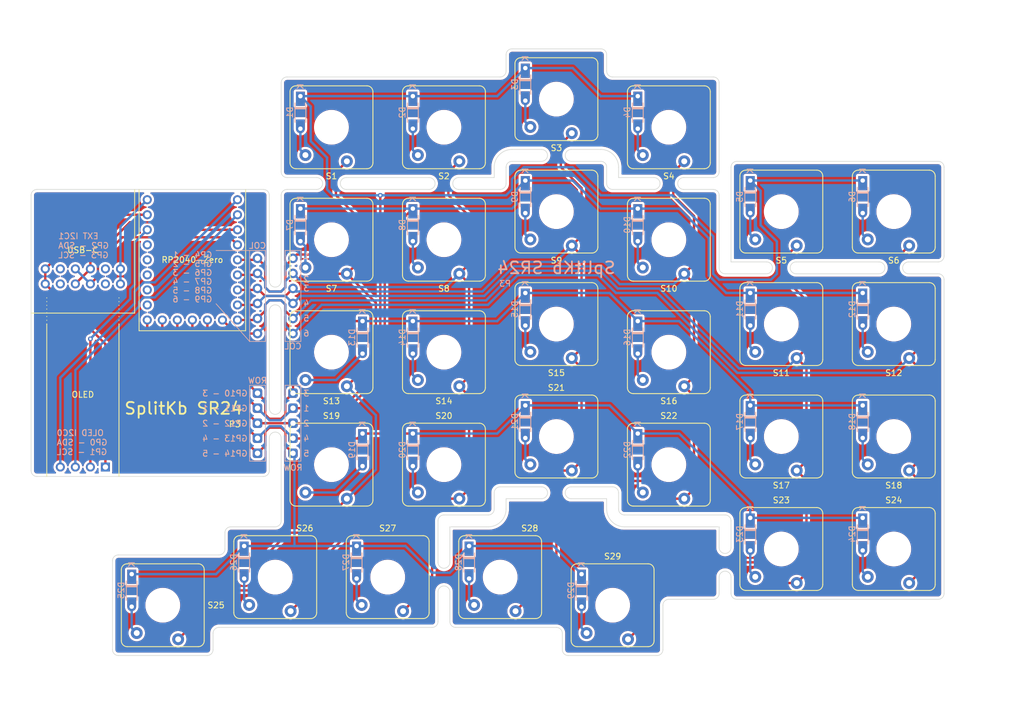
<source format=kicad_pcb>
(kicad_pcb (version 20221018) (generator pcbnew)
  (layers (0 "F.Cu" signal) (31 "B.Cu" signal) (34 "B.Paste" user) (35 "F.Paste" user) (36 "B.SilkS" user "B.Silkscreen") (37 "F.SilkS" user "F.Silkscreen") (38 "B.Mask" user) (39 "F.Mask" user) (44 "Edge.Cuts" user))
  (net 0 "")
  (net 1 "Net-(D1-A)")
  (net 2 "Net-(D2-A)")
  (net 3 "Net-(D3-A)")
  (net 4 "COL1")
  (net 5 "COL2")
  (net 6 "COL3")
  (net 7 "COL4")
  (net 8 "COL5")
  (net 9 "COL6")
  (net 10 "Net-(D5-A)")
  (net 11 "Net-(D6-A)")
  (net 12 "Net-(D7-A)")
  (net 13 "Net-(D10-A)")
  (net 14 "Net-(D11-A)")
  (net 15 "Net-(D12-A)")
  (net 16 "Net-(D14-A)")
  (net 17 "Net-(D15-A)")
  (net 18 "Net-(D16-A)")
  (net 19 "Net-(D18-A)")
  (net 20 "Net-(D19-A)")
  (net 21 "Net-(D20-A)")
  (net 22 "Net-(D22-A)")
  (net 23 "Net-(D23-A)")
  (net 24 "Net-(D24-A)")
  (net 25 "Net-(D27-A)")
  (net 26 "GND")
  (net 27 "VCC")
  (net 32 "/controler/USB_SCL")
  (net 33 "/controler/USB_SDA")
  (net 34 "+3.3V")
  (net 35 "Net-(D4-A)")
  (net 36 "Net-(D8-A)")
  (net 37 "Net-(D9-A)")
  (net 38 "Net-(D21-A)")
  (net 39 "Net-(D25-A)")
  (net 40 "Net-(D26-A)")
  (net 43 "Net-(D13-A)")
  (net 44 "Net-(D17-A)")
  (net 45 "Net-(D28-A)")
  (net 46 "Net-(D29-A)")
  (net 47 "ROW1")
  (net 48 "ROW2")
  (net 49 "ROW3")
  (net 50 "ROW4")
  (net 51 "ROW5")
  (net 52 "/controler/OLED_SDA")
  (net 53 "/controler/OLED_SCL")
  (footprint "split_kb_lib:GATERON" (layer "F.Cu") (at 124.5 52.75)
    (fp_text reference "S2")
    (fp_text value "Gateron_Switch")
  )
  (footprint "split_kb_lib:GATERON" (layer "F.Cu") (at 181.5 105)
    (fp_text reference "S17")
    (fp_text value "Gateron_Switch")
  )
  (footprint "split_kb_lib:Mouse Bites" (layer "F.Cu") (at 124.5 128.75 90)
    (fp_text reference "M2" hide)
    (fp_text value "~" hide)
    (fp_arc (start -2.5 -1) (mid -1.5 0) (end -2.5 1) (stroke (width 0.1)) (layer "Edge.Cuts"))
    (fp_arc (start 2.5 1) (mid 1.5 0) (end 2.5 -1) (stroke (width 0.1)) (layer "Edge.Cuts"))
  )
  (footprint "split_kb_lib:GATERON" (layer "F.Cu") (at 162.5 109.75)
    (fp_text reference "S22")
    (fp_text value "Gateron_Switch")
  )
  (footprint "split_kb_lib:GATERON" (layer "F.Cu") (at 134 128.75)
    (fp_text reference "S28")
    (fp_text value "Gateron_Switch")
  )
  (footprint "split_kb_lib:GATERON" (layer "F.Cu") (at 162.5 71.75)
    (fp_text reference "S10")
    (fp_text value "Gateron_Switch")
  )
  (footprint "split_kb_lib:GATERON" (layer "F.Cu") (at 200.5 124)
    (fp_text reference "S24")
    (fp_text value "Gateron_Switch")
  )
  (footprint "split_kb_lib:OLED" (layer "F.Cu") (at 63.5 90.75 180)
    (fp_text reference "U2" hide)
    (fp_text value "~")
  )
  (footprint "split_kb_lib:GATERON" (layer "F.Cu") (at 124.5 90.75)
    (fp_text reference "S14")
    (fp_text value "Gateron_Switch")
  )
  (footprint "split_kb_lib:GATERON" (layer "F.Cu") (at 200.5 105)
    (fp_text reference "S18")
    (fp_text value "Gateron_Switch")
  )
  (footprint "split_kb_lib:GATERON" (layer "F.Cu") (at 200.5 67)
    (fp_text reference "S6")
    (fp_text value "Gateron_Switch")
  )
  (footprint "split_kb_lib:Mouse Bites" (layer "F.Cu") (at 162.5 62.25)
    (fp_text reference "M4" hide)
    (fp_text value "~" hide)
    (fp_arc (start -2.5 -1) (mid -1.5 0) (end -2.5 1) (stroke (width 0.1)) (layer "Edge.Cuts"))
    (fp_arc (start 2.5 1) (mid 1.5 0) (end 2.5 -1) (stroke (width 0.1)) (layer "Edge.Cuts"))
  )
  (footprint "split_kb_lib:Mouse Bites" (layer "F.Cu") (at 105.5 62.25)
    (fp_text reference "M3" hide)
    (fp_text value "~" hide)
    (fp_arc (start -2.5 -1) (mid -1.5 0) (end -2.5 1) (stroke (width 0.1)) (layer "Edge.Cuts"))
    (fp_arc (start 2.5 1) (mid 1.5 0) (end 2.5 -1) (stroke (width 0.1)) (layer "Edge.Cuts"))
  )
  (footprint "split_kb_lib:Mouse Bites" (layer "F.Cu") (at 172 126.25 -90)
    (fp_text reference "M1" hide)
    (fp_text value "~" hide)
    (fp_arc (start -2.5 -1) (mid -1.5 0) (end -2.5 1) (stroke (width 0.1)) (layer "Edge.Cuts"))
    (fp_arc (start 2.5 1) (mid 1.5 0) (end 2.5 -1) (stroke (width 0.1)) (layer "Edge.Cuts"))
  )
  (footprint "split_kb_lib:GATERON" (layer "F.Cu") (at 105.5 109.75)
    (fp_text reference "S19")
    (fp_text value "Gateron_Switch")
  )
  (footprint "split_kb_lib:GATERON" (layer "F.Cu") (at 143.5 67)
    (fp_text reference "S9")
    (fp_text value "Gateron_Switch")
  )
  (footprint "split_kb_lib:Mouse Bites" (layer "F.Cu") (at 200.5 76.5)
    (fp_text reference "M7" hide)
    (fp_text value "~" hide)
    (fp_arc (start -2.5 -1) (mid -1.5 0) (end -2.5 1) (stroke (width 0.1)) (layer "Edge.Cuts"))
    (fp_arc (start 2.5 1) (mid 1.5 0) (end 2.5 -1) (stroke (width 0.1)) (layer "Edge.Cuts"))
  )
  (footprint "split_kb_lib:GATERON" (layer "F.Cu") (at 181.5 67)
    (fp_text reference "S5")
    (fp_text value "Gateron_Switch")
  )
  (footprint "split_kb_lib:USB C Port" (layer "F.Cu") (at 63.5 73.5)
    (fp_text reference "J2" hide)
    (fp_text value "USB_C_Receptacle_USB2.0")
  )
  (footprint "split_kb_lib:GATERON" (layer "F.Cu") (at 105.5 52.75)
    (fp_text reference "S1")
    (fp_text value "Gateron_Switch")
  )
  (footprint "split_kb_lib:GATERON" (layer "F.Cu") (at 105.5 71.75)
    (fp_text reference "S7")
    (fp_text value "Gateron_Switch")
  )
  (footprint "split_kb_lib:RP2040 - Zero" (layer "F.Cu") (at 82 75.15)
    (fp_text reference "U1" hide)
    (fp_text value "~")
  )
  (footprint "split_kb_lib:GATERON" (layer "F.Cu") (at 115 128.75)
    (fp_text reference "S27")
    (fp_text value "Gateron_Switch")
  )
  (footprint "split_kb_lib:GATERON" (layer "F.Cu") (at 143.5 48)
    (fp_text reference "S3")
    (fp_text value "Gateron_Switch")
  )
  (footprint "split_kb_lib:GATERON" (layer "F.Cu") (at 124.5 71.75)
    (fp_text reference "S8")
    (fp_text value "Gateron_Switch")
  )
  (footprint "split_kb_lib:Mouse Bites" (layer "F.Cu") (at 96 81.25 90)
    (fp_text reference "M11" hide)
    (fp_text value "~" hide)
    (fp_arc (start -2.5 -1) (mid -1.5 0) (end -2.5 1) (stroke (width 0.1)) (layer "Edge.Cuts"))
    (fp_arc (start 2.5 1) (mid 1.5 0) (end 2.5 -1) (stroke (width 0.1)) (layer "Edge.Cuts"))
  )
  (footprint "split_kb_lib:GATERON" (layer "F.Cu") (at 153 133.5)
    (fp_text reference "S29")
    (fp_text value "Gateron_Switch")
  )
  (footprint "split_kb_lib:GATERON" (layer "F.Cu") (at 162.5 52.75)
    (fp_text reference "S4")
    (fp_text value "Gateron_Switch")
  )
  (footprint "split_kb_lib:Mouse Bites" (layer "F.Cu") (at 96 102.75 90)
    (fp_text reference "M10" hide)
    (fp_text value "~" hide)
    (fp_arc (start -2.5 -1) (mid -1.5 0) (end -2.5 1) (stroke (width 0.1)) (layer "Edge.Cuts"))
    (fp_arc (start 2.5 1) (mid 1.5 0) (end 2.5 -1) (stroke (width 0.1)) (layer "Edge.Cuts"))
  )
  (footprint "split_kb_lib:Mouse Bites" (layer "F.Cu") (at 124.5 62.25)
    (fp_text reference "M8" hide)
    (fp_text value "~" hide)
    (fp_arc (start -2.5 -1) (mid -1.5 0) (end -2.5 1) (stroke (width 0.1)) (layer "Edge.Cuts"))
    (fp_arc (start 2.5 1) (mid 1.5 0) (end 2.5 -1) (stroke (width 0.1)) (layer "Edge.Cuts"))
  )
  (footprint "split_kb_lib:GATERON" (layer "F.Cu") (at 105.5 90.75)
    (fp_text reference "S13")
    (fp_text value "Gateron_Switch")
  )
  (footprint "split_kb_lib:Mouse Bites" (layer "F.Cu") (at 143.5 114.5)
    (fp_text reference "M6" hide)
    (fp_text value "~" hide)
    (fp_arc (start -2.5 -1) (mid -1.5 0) (end -2.5 1) (stroke (width 0.1)) (layer "Edge.Cuts"))
    (fp_arc (start 2.5 1) (mid 1.5 0) (end 2.5 -1) (stroke (width 0.1)) (layer "Edge.Cuts"))
  )
  (footprint "split_kb_lib:GATERON" (layer "F.Cu") (at 143.5 86)
    (fp_text reference "S15")
    (fp_text value "Gateron_Switch")
  )
  (footprint "split_kb_lib:GATERON" (layer "F.Cu") (at 143.5 105)
    (fp_text reference "S21")
    (fp_text value "Gateron_Switch")
  )
  (footprint "split_kb_lib:GATERON" (layer "F.Cu") (at 77 133.5)
    (fp_text reference "S25")
    (fp_text value "Gateron_Switch")
  )
  (footprint "split_kb_lib:GATERON" (layer "F.Cu") (at 124.5 109.75)
    (fp_text reference "S20")
    (fp_text value "Gateron_Switch")
  )
  (footprint "split_kb_lib:GATERON" (layer "F.Cu") (at 181.5 86)
    (fp_text reference "S11")
    (fp_text value "Gateron_Switch")
  )
  (footprint "split_kb_lib:GATERON" (layer "F.Cu") (at 200.5 86)
    (fp_text reference "S12")
    (fp_text value "Gateron_Switch")
  )
  (footprint "split_kb_lib:Mouse Bites" (layer "F.Cu") (at 181.5 76.5)
    (fp_text reference "M5" hide)
    (fp_text value "~" hide)
    (fp_arc (start -2.5 -1) (mid -1.5 0) (end -2.5 1) (stroke (width 0.1)) (layer "Edge.Cuts"))
    (fp_arc (start 2.5 1) (mid 1.5 0) (end 2.5 -1) (stroke (width 0.1)) (layer "Edge.Cuts"))
  )
  (footprint "split_kb_lib:Mouse Bites" (layer "F.Cu") (at 143.5 57.5)
    (fp_text reference "M9" hide)
    (fp_text value "~" hide)
    (fp_arc (start -2.5 -1) (mid -1.5 0) (end -2.5 1) (stroke (width 0.1)) (layer "Edge.Cuts"))
    (fp_arc (start 2.5 1) (mid 1.5 0) (end 2.5 -1) (stroke (width 0.1)) (layer "Edge.Cuts"))
  )
  (footprint "split_kb_lib:GATERON" (layer "F.Cu") (at 96 128.75)
    (fp_text reference "S26")
    (fp_text value "Gateron_Switch")
  )
  (footprint "split_kb_lib:GATERON" (layer "F.Cu") (at 162.5 90.75)
    (fp_text reference "S16")
    (fp_text value "Gateron_Switch")
  )
  (footprint "split_kb_lib:GATERON" (layer "F.Cu") (at 181.5 124)
    (fp_text reference "S23")
    (fp_text value "Gateron_Switch")
  )
  (footprint "split_kb_lib:SOD80_P5.5mm_Horizontal_SMD" (layer "B.Cu") (at 176.25 61.745 -90)
    (fp_text reference "D5")
    (fp_text value "1N4148")
  )
  (footprint "split_kb_lib:SOD80_P5.5mm_Horizontal_SMD" (layer "B.Cu") (at 195.25 99.745 -90)
    (fp_text reference "D18")
    (fp_text value "1N4148")
  )
  (footprint "split_kb_lib:SOD80_P5.5mm_Horizontal_SMD" (layer "B.Cu") (at 176.25 80.745 -90)
    (fp_text reference "D11")
    (fp_text value "1N4148")
  )
  (footprint "split_kb_lib:SOD80_P5.5mm_Horizontal_SMD" (layer "B.Cu") (at 119.25 66.495 -90)
    (fp_text reference "D8")
    (fp_text value "1N4148")
  )
  (footprint "split_kb_lib:SOD80_P5.5mm_Horizontal_SMD" (layer "B.Cu") (at 109.75 123.495 -90)
    (fp_text reference "D27")
    (fp_text value "1N4148")
  )
  (footprint "split_kb_lib:Row Connector" (layer "B.Cu") (at 99 102.75 180)
    (fp_text reference "J1" hide)
    (fp_text value "Conn_01x05")
  )
  (footprint "split_kb_lib:SOD80_P5.5mm_Horizontal_SMD" (layer "B.Cu") (at 195.25 61.745 -90)
    (fp_text reference "D6")
    (fp_text value "1N4148")
  )
  (footprint "split_kb_lib:SOD80_P5.5mm_Horizontal_SMD" (layer "B.Cu") (at 138.25 99.745 -90)
    (fp_text reference "D21")
    (fp_text value "1N4148")
  )
  (footprint "split_kb_lib:Column Connector" (layer "B.Cu") (at 99 81.25 180)
    (fp_text reference "J4" hide)
    (fp_text value "Conn_01x06")
  )
  (footprint "split_kb_lib:SOD80_P5.5mm_Horizontal_SMD" (layer "B.Cu") (at 71.75 128.245 -90)
    (fp_text reference "D25")
    (fp_text value "1N4148")
  )
  (footprint "split_kb_lib:SOD80_P5.5mm_Horizontal_SMD" (layer "B.Cu") (at 119.25 104.495 -90)
    (fp_text reference "D20")
    (fp_text value "1N4148")
  )
  (footprint "split_kb_lib:SOD80_P5.5mm_Horizontal_SMD" (layer "B.Cu") (at 157.25 104.495 -90)
    (fp_text reference "D22")
    (fp_text value "1N4148")
  )
  (footprint "split_kb_lib:SOD80_P5.5mm_Horizontal_SMD" (layer "B.Cu") (at 100.25 66.495 -90)
    (fp_text reference "D7")
    (fp_text value "1N4148")
  )
  (footprint "split_kb_lib:SOD80_P5.5mm_Horizontal_SMD" (layer "B.Cu") (at 110.75 85.495 -90)
    (fp_text reference "D13")
    (fp_text value "1N4148")
  )
  (footprint "split_kb_lib:SOD80_P5.5mm_Horizontal_SMD" (layer "B.Cu") (at 100.25 47.495 -90)
    (fp_text reference "D1")
    (fp_text value "1N4148")
  )
  (footprint "split_kb_lib:SOD80_P5.5mm_Horizontal_SMD" (layer "B.Cu") (at 90.75 123.495 -90)
    (fp_text reference "D26")
    (fp_text value "1N4148")
  )
  (footprint "split_kb_lib:SOD80_P5.5mm_Horizontal_SMD" (layer "B.Cu") (at 157.25 85.495 -90)
    (fp_text reference "D16")
    (fp_text value "1N4148")
  )
  (footprint "split_kb_lib:SOD80_P5.5mm_Horizontal_SMD" (layer "B.Cu") (at 195.25 118.745 -90)
    (fp_text reference "D24")
    (fp_text value "1N4148")
  )
  (footprint "split_kb_lib:SOD80_P5.5mm_Horizontal_SMD" (layer "B.Cu") (at 157.25 47.495 -90)
    (fp_text reference "D4")
    (fp_text value "1N4148")
  )
  (footprint "split_kb_lib:SOD80_P5.5mm_Horizontal_SMD" (layer "B.Cu") (at 110.75 104.495 -90)
    (fp_text reference "D19")
    (fp_text value "1N4148")
  )
  (footprint "split_kb_lib:SOD80_P5.5mm_Horizontal_SMD" (layer "B.Cu") (at 119.25 85.495 -90)
    (fp_text reference "D14")
    (fp_text value "1N4148")
  )
  (footprint "split_kb_lib:SOD80_P5.5mm_Horizontal_SMD" (layer "B.Cu") (at 176.25 99.745 -90)
    (fp_text reference "D17")
    (fp_text value "1N4148")
  )
  (footprint "split_kb_lib:SOD80_P5.5mm_Horizontal_SMD" (layer "B.Cu") (at 119.25 47.495 -90)
    (fp_text reference "D2")
    (fp_text value "1N4148")
  )
  (footprint "split_kb_lib:Row Connector" (layer "B.Cu") (at 93 102.75 180)
    (fp_text reference "J6" hide)
    (fp_text value "Conn_01x05")
  )
  (footprint "split_kb_lib:SOD80_P5.5mm_Horizontal_SMD" (layer "B.Cu") (at 157.25 66.495 -90)
    (fp_text reference "D10")
    (fp_text value "1N4148")
  )
  (footprint "split_kb_lib:Column Connector" (layer "B.Cu") (at 93 81.25 180)
    (fp_text reference "J5" hide)
    (fp_text value "Conn_01x06")
  )
  (footprint "split_kb_lib:SOD80_P5.5mm_Horizontal_SMD" (layer "B.Cu") (at 147.75 128.245 -90)
    (fp_text reference "D29")
    (fp_text value "1N4148")
  )
  (footprint "split_kb_lib:SOD80_P5.5mm_Horizontal_SMD" (layer "B.Cu") (at 195.25 80.745 -90)
    (fp_text reference "D12")
    (fp_text value "1N4148")
  )
  (footprint "split_kb_lib:SOD80_P5.5mm_Horizontal_SMD" (layer "B.Cu") (at 138.25 80.75 -90)
    (fp_text reference "D15")
    (fp_text value "1N4148")
  )
  (footprint "split_kb_lib:SOD80_P5.5mm_Horizontal_SMD" (layer "B.Cu") (at 128.75 123.495 -90)
    (fp_text reference "D28")
    (fp_text value "1N4148")
  )
  (footprint "split_kb_lib:SOD80_P5.5mm_Horizontal_SMD" (layer "B.Cu") (at 176.25 118.745 -90)
    (fp_text reference "D23")
    (fp_text value "1N4148")
  )
  (footprint "split_kb_lib:SOD80_P5.5mm_Horizontal_SMD" (layer "B.Cu") (at 138.25 42.75 -90)
    (fp_text reference "D3")
    (fp_text value "1N4148")
  )
  (footprint "split_kb_lib:SOD80_P5.5mm_Horizontal_SMD" (layer "B.Cu") (at 138.25 61.75 -90)
    (fp_text reference "D9")
    (fp_text value "1N4148")
  )
  (gr_line (start 91.67 73.57) (end 86 73.57) (stroke (width 0.12)) (layer "B.SilkS"))
  (gr_line (start 91.67 88.93) (end 86 82.57) (stroke (width 0.12)) (layer "B.SilkS"))
  (gr_line (start 57.4 111.75) (end 57.4 86) (stroke (width 0.15)) (layer "F.SilkS"))
  (gr_line (start 91 63.25) (end 91 87.125) (stroke (width 0.15)) (layer "F.SilkS"))
  (gr_line (start 72.25 63.25) (end 72.25 84.15) (stroke (width 0.15)) (layer "F.SilkS"))
  (gr_line (start 69.6 86) (end 69.6 81) (stroke (width 0.15) (type dot)) (layer "F.SilkS"))
  (gr_line (start 69.6 111.75) (end 69.6 86) (stroke (width 0.15)) (layer "F.SilkS"))
  (gr_line (start 73 63.25) (end 73 87.125) (stroke (width 0.15)) (layer "F.SilkS"))
  (gr_line (start 91 87.125) (end 73 87.125) (stroke (width 0.15)) (layer "F.SilkS"))
  (gr_line (start 72.25 84.15) (end 54.75 84.15) (stroke (width 0.15)) (layer "F.SilkS"))
  (gr_line (start 57.4 86) (end 57.4 81) (stroke (width 0.15) (type dot)) (layer "F.SilkS"))
  (gr_arc (start 161.5 133.5) (mid 161.792893 132.792893) (end 162.5 132.5) (stroke (width 0.1)) (layer "Edge.Cuts"))
  (gr_line (start 151 39.5) (end 136 39.5) (stroke (width 0.1)) (layer "Edge.Cuts"))
  (gr_arc (start 171 60.25) (mid 170.707107 60.957107) (end 170 61.25) (stroke (width 0.1)) (layer "Edge.Cuts"))
  (gr_arc (start 135 59.5) (mid 135.292893 58.792893) (end 136 58.5) (stroke (width 0.1)) (layer "Edge.Cuts"))
  (gr_arc (start 153 63.25) (mid 152.292893 62.957107) (end 152 62.25) (stroke (width 0.1)) (layer "Edge.Cuts"))
  (gr_arc (start 171 131.5) (mid 170.707107 132.207107) (end 170 132.5) (stroke (width 0.1)) (layer "Edge.Cuts"))
  (gr_line (start 95 83.75) (end 95 100.25) (stroke (width 0.1)) (layer "Edge.Cuts"))
  (gr_line (start 152 62.25) (end 152 59.5) (stroke (width 0.1)) (layer "Edge.Cuts"))
  (gr_line (start 87.5 121.25) (end 87.5 124) (stroke (width 0.1)) (layer "Edge.Cuts"))
  (gr_arc (start 87.5 124) (mid 87.207107 124.707107) (end 86.5 125) (stroke (width 0.1)) (layer "Edge.Cuts"))
  (gr_arc (start 69.5 142) (mid 68.792893 141.707107) (end 68.5 141) (stroke (width 0.1)) (layer "Edge.Cuts"))
  (gr_line (start 98 61.25) (end 103 61.25) (stroke (width 0.1)) (layer "Edge.Cuts"))
  (gr_line (start 171 76.5) (end 171 64.25) (stroke (width 0.1)) (layer "Edge.Cuts"))
  (gr_line (start 135 40.5) (end 135 43.25) (stroke (width 0.1)) (layer "Edge.Cuts"))
  (gr_arc (start 95 110.75) (mid 94.707107 111.457107) (end 94 111.75) (stroke (width 0.1)) (layer "Edge.Cuts"))
  (gr_arc (start 151 39.5) (mid 151.707107 39.792893) (end 152 40.5) (stroke (width 0.1)) (layer "Edge.Cuts"))
  (gr_arc (start 208 77.5) (mid 208.707107 77.792893) (end 209 78.5) (stroke (width 0.1)) (layer "Edge.Cuts"))
  (gr_arc (start 85.5 141) (mid 85.207107 141.707107) (end 84.5 142) (stroke (width 0.1)) (layer "Edge.Cuts"))
  (gr_line (start 123.5 126.25) (end 123.5 119.25) (stroke (width 0.1)) (layer "Edge.Cuts"))
  (gr_line (start 86.5 137.25) (end 122.5 137.25) (stroke (width 0.1)) (layer "Edge.Cuts"))
  (gr_line (start 96 120.25) (end 88.5 120.25) (stroke (width 0.1)) (layer "Edge.Cuts"))
  (gr_line (start 184 77.5) (end 198 77.5) (stroke (width 0.1)) (layer "Edge.Cuts"))
  (gr_line (start 208 58.5) (end 174 58.5) (stroke (width 0.1)) (layer "Edge.Cuts"))
  (gr_line (start 134 44.25) (end 98 44.25) (stroke (width 0.1)) (layer "Edge.Cuts"))
  (gr_line (start 171 60.25) (end 171 45.25) (stroke (width 0.1)) (layer "Edge.Cuts"))
  (gr_line (start 171 128.75) (end 171 131.5) (stroke (width 0.1)) (layer "Edge.Cuts"))
  (gr_line (start 208 77.5) (end 203 77.5) (stroke (width 0.1)) (layer "Edge.Cuts"))
  (gr_line (start 173 128.75) (end 173 131.5) (stroke (width 0.1)) (layer "Edge.Cuts"))
  (gr_arc (start 151 58.5) (mid 151.707107 58.792893) (end 152 59.5) (stroke (width 0.1)) (layer "Edge.Cuts"))
  (gr_line (start 108 63.25) (end 122 63.25) (stroke (width 0.1)) (layer "Edge.Cuts"))
  (gr_arc (start 97 45.25) (mid 97.292893 44.542893) (end 98 44.25) (stroke (width 0.1)) (layer "Edge.Cuts"))
  (gr_arc (start 153 113.5) (mid 153.707107 113.792893) (end 154 114.5) (stroke (width 0.1)) (layer "Edge.Cuts"))
  (gr_line (start 152 115.5) (end 152 117.25) (stroke (width 0.1)) (layer "Edge.Cuts"))
  (gr_line (start 97 45.25) (end 97 60.25) (stroke (width 0.1)) (layer "Edge.Cuts"))
  (gr_line (start 135 59.5) (end 135 62.25) (stroke (width 0.1)) (layer "Edge.Cuts"))
  (gr_arc (start 87.5 121.25) (mid 87.792893 120.542893) (end 88.5 120.25) (stroke (width 0.1)) (layer "Edge.Cuts"))
  (gr_line (start 55.75 63.25) (end 94 63.25) (stroke (width 0.1)) (layer "Edge.Cuts"))
  (gr_line (start 133 61.25) (end 133 59.5) (stroke (width 0.1)) (layer "Edge.Cuts"))
  (gr_arc (start 151 56.5) (mid 153.12132 57.37868) (end 154 59.5) (stroke (width 0.1)) (layer "Edge.Cuts"))
  (gr_line (start 170 44.25) (end 153 44.25) (stroke (width 0.1)) (layer "Edge.Cuts"))
  (gr_line (start 161.5 141) (end 161.5 133.5) (stroke (width 0.1)) (layer "Edge.Cuts"))
  (gr_line (start 172 118.25) (end 155 118.25) (stroke (width 0.1)) (layer "Edge.Cuts"))
  (gr_line (start 160 63.25) (end 153 63.25) (stroke (width 0.1)) (layer "Edge.Cuts"))
  (gr_arc (start 170 63.25) (mid 170.707107 63.542893) (end 171 64.25) (stroke (width 0.1)) (layer "Edge.Cuts"))
  (gr_arc (start 143.5 137.25) (mid 144.207107 137.542893) (end 144.5 138.25) (stroke (width 0.1)) (layer "Edge.Cuts"))
  (gr_line (start 179 75.5) (end 173 75.5) (stroke (width 0.1)) (layer "Edge.Cuts"))
  (gr_arc (start 172 77.5) (mid 171.292893 77.207107) (end 171 76.5) (stroke (width 0.1)) (layer "Edge.Cuts"))
  (gr_line (start 125.5 120.25) (end 125.5 126.25) (stroke (width 0.1)) (layer "Edge.Cuts"))
  (gr_line (start 94 111.75) (end 55.75 111.75) (stroke (width 0.1)) (layer "Edge.Cuts"))
  (gr_line (start 135 115.5) (end 135 117.25) (stroke (width 0.1)) (layer "Edge.Cuts"))
  (gr_arc (start 135 43.25) (mid 134.707107 43.957107) (end 134 44.25) (stroke (width 0.1)) (layer "Edge.Cuts"))
  (gr_arc (start 153 44.25) (mid 152.292893 43.957107) (end 152 43.25) (stroke (width 0.1)) (layer "Edge.Cuts"))
  (gr_line (start 174 132.5) (end 208 132.5) (stroke (width 0.1)) (layer "Edge.Cuts"))
  (gr_arc (start 161.5 141) (mid 161.207107 141.707107) (end 160.5 142) (stroke (width 0.1)) (layer "Edge.Cuts"))
  (gr_arc (start 145.5 142) (mid 144.792893 141.707107) (end 144.5 141) (stroke (width 0.1)) (layer "Edge.Cuts"))
  (gr_line (start 173 59.5) (end 173 75.5) (stroke (width 0.1)) (layer "Edge.Cuts"))
  (gr_line (start 135 115.5) (end 141 115.5) (stroke (width 0.1)) (layer "Edge.Cuts"))
  (gr_line (start 125.5 131.25) (end 125.5 136.25) (stroke (width 0.1)) (layer "Edge.Cuts"))
  (gr_arc (start 155 118.25) (mid 154.292893 117.957107) (end 154 117.25) (stroke (width 0.1)) (layer "Edge.Cuts"))
  (gr_arc (start 174 132.5) (mid 173.292893 132.207107) (end 173 131.5) (stroke (width 0.1)) (layer "Edge.Cuts"))
  (gr_line (start 203 75.5) (end 208 75.5) (stroke (width 0.1)) (layer "Edge.Cuts"))
  (gr_line (start 152 43.25) (end 152 40.5) (stroke (width 0.1)) (layer "Edge.Cuts"))
  (gr_line (start 154 59.5) (end 154 61.25) (stroke (width 0.1)) (layer "Edge.Cuts"))
  (gr_line (start 184 75.5) (end 198 75.5) (stroke (width 0.1)) (layer "Edge.Cuts"))
  (gr_line (start 127 61.25) (end 133 61.25) (stroke (width 0.1)) (layer "Edge.Cuts"))
  (gr_line (start 179 77.5) (end 172 77.5) (stroke (width 0.1)) (layer "Edge.Cuts"))
  (gr_arc (start 133 117.25) (mid 132.707107 117.957107) (end 132 118.25) (stroke (width 0.1)) (layer "Edge.Cuts"))
  (gr_arc (start 172 118.25) (mid 172.707107 118.542893) (end 173 119.25) (stroke (width 0.1)) (layer "Edge.Cuts"))
  (gr_arc (start 155 120.25) (mid 152.87868 119.37132) (end 152 117.25) (stroke (width 0.1)) (layer "Edge.Cuts"))
  (gr_line (start 146 113.5) (end 153 113.5) (stroke (width 0.1)) (layer "Edge.Cuts"))
  (gr_line (start 97 83.75) (end 97 100.25) (stroke (width 0.1)) (layer "Edge.Cuts"))
  (gr_line (start 146 115.5) (end 152 115.5) (stroke (width 0.1)) (layer "Edge.Cuts"))
  (gr_line (start 108 61.25) (end 122 61.25) (stroke (width 0.1)) (layer "Edge.Cuts"))
  (gr_line (start 86.5 125) (end 69.5 125) (stroke (width 0.1)) (layer "Edge.Cuts"))
  (gr_line (start 133 114.5) (end 133 117.25) (stroke (width 0.1)) (layer "Edge.Cuts"))
  (gr_arc (start 85.5 138.25) (mid 85.792893 137.542893) (end 86.5 137.25) (stroke (width 0.1)) (layer "Edge.Cuts"))
  (gr_line (start 145.5 142) (end 160.5 142) (stroke (width 0.1)) (layer "Edge.Cuts"))
  (gr_arc (start 98 61.25) (mid 97.292893 60.957107) (end 97 60.25) (stroke (width 0.1)) (layer "Edge.Cuts"))
  (gr_arc (start 135 62.25) (mid 134.707107 62.957107) (end 134 63.25) (stroke (width 0.1)) (layer "Edge.Cuts"))
  (gr_line (start 123.5 131.25) (end 123.5 136.25) (stroke (width 0.1)) (layer "Edge.Cuts"))
  (gr_arc (start 123.5 119.25) (mid 123.792893 118.542893) (end 124.5 118.25) (stroke (width 0.1)) (layer "Edge.Cuts"))
  (gr_line (start 124.5 118.25) (end 132 118.25) (stroke (width 0.1)) (layer "Edge.Cuts"))
  (gr_line (start 54.75 110.75) (end 54.75 64.25) (stroke (width 0.1)) (layer "Edge.Cuts"))
  (gr_line (start 209 131.5) (end 209 78.5) (stroke (width 0.1)) (layer "Edge.Cuts"))
  (gr_line (start 170 132.5) (end 162.5 132.5) (stroke (width 0.1)) (layer "Edge.Cuts"))
  (gr_arc (start 209 131.5) (mid 208.707107 132.207107) (end 208 132.5) (stroke (width 0.1)) (layer "Edge.Cuts"))
  (gr_line (start 85.5 141) (end 85.5 138.25) (stroke (width 0.1)) (layer "Edge.Cuts"))
  (gr_line (start 126.5 137.25) (end 143.5 137.25) (stroke (width 0.1)) (layer "Edge.Cuts"))
  (gr_line (start 173 123.75) (end 173 119.25) (stroke (width 0.1)) (layer "Edge.Cuts"))
  (gr_line (start 136 56.5) (end 141 56.5) (stroke (width 0.1)) (layer "Edge.Cuts"))
  (gr_line (start 170 63.25) (end 165 63.25) (stroke (width 0.1)) (layer "Edge.Cuts"))
  (gr_line (start 68.5 126) (end 68.5 141) (stroke (width 0.1)) (layer "Edge.Cuts"))
  (gr_line (start 146 56.5) (end 151 56.5) (stroke (width 0.1)) (layer "Edge.Cuts"))
  (gr_line (start 144.5 138.25) (end 144.5 141) (stroke (width 0.1)) (layer "Edge.Cuts"))
  (gr_arc (start 135 117.25) (mid 134.12132 119.37132) (end 132 120.25) (stroke (width 0.1)) (layer "Edge.Cuts"))
  (gr_line (start 134 63.25) (end 127 63.25) (stroke (width 0.1)) (layer "Edge.Cuts"))
  (gr_line (start 132 120.25) (end 125.5 120.25) (stroke (width 0.1)) (layer "Edge.Cuts"))
  (gr_line (start 154 117.25) (end 154 114.5) (stroke (width 0.1)) (layer "Edge.Cuts"))
  (gr_arc (start 133 114.5) (mid 133.292893 113.792893) (end 134 113.5) (stroke (width 0.1)) (layer "Edge.Cuts"))
  (gr_arc (start 97 64.25) (mid 97.292893 63.542893) (end 98 63.25) (stroke (width 0.1)) (layer "Edge.Cuts"))
  (gr_line (start 95 64.25) (end 95 78.75) (stroke (width 0.1)) (layer "Edge.Cuts"))
  (gr_line (start 155 120.25) (end 171 120.25) (stroke (width 0.1)) (layer "Edge.Cuts"))
  (gr_arc (start 123.5 136.25) (mid 123.207107 136.957107) (end 122.5 137.25) (stroke (width 0.1)) (layer "Edge.Cuts"))
  (gr_line (start 171 120.25) (end 171 123.75) (stroke (width 0.1)) (layer "Edge.Cuts"))
  (gr_arc (start 97 119.25) (mid 96.707107 119.957107) (end 96 120.25) (stroke (width 0.1)) (layer "Edge.Cuts"))
  (gr_line (start 154 61.25) (end 160 61.25) (stroke (width 0.1)) (layer "Edge.Cuts"))
  (gr_arc (start 133 59.5) (mid 133.87868 57.37868) (end 136 56.5) (stroke (width 0.1)) (layer "Edge.Cuts"))
  (gr_arc (start 170 44.25) (mid 170.707107 44.542893) (end 171 45.25) (stroke (width 0.1)) (layer "Edge.Cuts"))
  (gr_arc (start 55.75 111.75) (mid 55.042893 111.457107) (end 54.75 110.75) (stroke (width 0.1)) (layer "Edge.Cuts"))
  (gr_line (start 141 58.5) (end 136 58.5) (stroke (width 0.1)) (layer "Edge.Cuts"))
  (gr_arc (start 135 40.5) (mid 135.292893 39.792893) (end 136 39.5) (stroke (width 0.1)) (layer "Edge.Cuts"))
  (gr_line (start 146 58.5) (end 151 58.5) (stroke (width 0.1)) (layer "Edge.Cuts"))
  (gr_arc (start 68.5 126) (mid 68.792893 125.292893) (end 69.5 125) (stroke (width 0.1)) (layer "Edge.Cuts"))
  (gr_arc (start 208 58.5) (mid 208.707107 58.792893) (end 209 59.5) (stroke (width 0.1)) (layer "Edge.Cuts"))
  (gr_arc (start 209 74.5) (mid 208.707107 75.207107) (end 208 75.5) (stroke (width 0.1)) (layer "Edge.Cuts"))
  (gr_line (start 69.5 142) (end 84.5 142) (stroke (width 0.1)) (layer "Edge.Cuts"))
  (gr_line (start 209 74.5) (end 209 59.5) (stroke (width 0.1)) (layer "Edge.Cuts"))
  (gr_arc (start 94 63.25) (mid 94.707107 63.542893) (end 95 64.25) (stroke (width 0.1)) (layer "Edge.Cuts"))
  (gr_arc (start 173 59.5) (mid 173.292893 58.792893) (end 174 58.5) (stroke (width 0.1)) (layer "Edge.Cuts"))
  (gr_line (start 95 105.25) (end 95 110.75) (stroke (width 0.1)) (layer "Edge.Cuts"))
  (gr_line (start 103 63.25) (end 98 63.25) (stroke (width 0.1)) (layer "Edge.Cuts"))
  (gr_line (start 141 113.5) (end 134 113.5) (stroke (width 0.1)) (layer "Edge.Cuts"))
  (gr_arc (start 126.5 137.25) (mid 125.792893 136.957107) (end 125.5 136.25) (stroke (width 0.1)) (layer "Edge.Cuts"))
  (gr_line (start 165 61.25) (end 170 61.25) (stroke (width 0.1)) (layer "Edge.Cuts"))
  (gr_arc (start 54.75 64.25) (mid 55.042893 63.542893) (end 55.75 63.25) (stroke (width 0.1)) (layer "Edge.Cuts"))
  (gr_line (start 97 64.25) (end 97 78.75) (stroke (width 0.1)) (layer "Edge.Cuts"))
  (gr_line (start 97 105.25) (end 97 119.25) (stroke (width 0.1)) (layer "Edge.Cuts"))
  (gr_text "5" (at 101.25 107.87) (layer "B.SilkS") (effects (font (size 1 1) (thickness 0.16)) (justify mirror)))
  (gr_text "GP13 - 4" (at 87.5 105.33) (layer "B.SilkS") (effects (font (size 1 1) (thickness 0.16)) (justify mirror)))
  (gr_text "GP9 - 6" (at 82 81.82) (layer "B.SilkS") (effects (font (size 1 1) (thickness 0.16)) (justify mirror)))
  (gr_text "EXT I2C1\nGP2 - SDA\nGP3 - SCL" (at 59.25 72.75) (layer "B.SilkS") (effects (font (size 1 1) (thickness 0.16)) (justify right mirror)))
  (gr_text "4" (at 101.25 105.33) (layer "B.SilkS") (effects (font (size 1 1) (thickness 0.16)) (justify mirror)))
  (gr_text "ROW" (at 99 110.25) (layer "B.SilkS") (effects (font (size 1 1) (thickness 0.16)) (justify mirror)))
  (gr_text "6" (at 101.25 87.58) (layer "B.SilkS") (effects (font (size 1 1) (thickness 0.16)) (justify mirror)))
  (gr_text "1" (at 101.25 100.25) (layer "B.SilkS") (effects (font (size 1 1) (thickness 0.16)) (justify mirror)))
  (gr_text "P3" (at 133.75 79.75) (layer "B.SilkS") (effects (font (size 1 1)) (justify right bottom mirror)))
  (gr_text "SplitKb SR24" (at 143.5 76.5) (layer "B.SilkS") (effects (font (size 2 2) (thickness 0.3)) (justify mirror)))
  (gr_text "GP10 - 3" (at 87.5 97.71) (layer "B.SilkS") (effects (font (size 1 1) (thickness 0.16)) (justify mirror)))
  (gr_text "COL" (at 99 89.75) (layer "B.SilkS") (effects (font (size 1 1) (thickness 0.16)) (justify mirror)))
  (gr_text "3" (at 101.25 97.71) (layer "B.SilkS") (effects (font (size 1 1) (thickness 0.16)) (justify mirror)))
  (gr_text "GP5 - 2" (at 82 75.82) (layer "B.SilkS") (effects (font (size 1 1) (thickness 0.16)) (justify mirror)))
  (gr_text "4" (at 101.25 82.5) (layer "B.SilkS") (effects (font (size 1 1) (thickness 0.16)) (justify mirror)))
  (gr_text "5" (at 101.25 85.04) (layer "B.SilkS") (effects (font (size 1 1) (thickness 0.16)) (justify mirror)))
  (gr_text "GP14 - 5" (at 87.5 107.87) (layer "B.SilkS") (effects (font (size 1 1) (thickness 0.16)) (justify mirror)))
  (gr_text "1" (at 101.25 74.46) (layer "B.SilkS") (effects (font (size 1 1) (thickness 0.16)) (justify mirror)))
  (gr_text "GP12 - 2" (at 87.5 102.79) (layer "B.SilkS") (effects (font (size 1 1) (thickness 0.16)) (justify mirror)))
  (gr_text "2" (at 101.25 102.79) (layer "B.SilkS") (effects (font (size 1 1) (thickness 0.16)) (justify mirror)))
  (gr_text "2" (at 101.25 78.46) (layer "B.SilkS") (effects (font (size 1 1) (thickness 0.16)) (justify mirror)))
  (gr_text "GP8 - 5" (at 82 80.32) (layer "B.SilkS") (effects (font (size 1 1) (thickness 0.16)) (justify mirror)))
  (gr_text "COL" (at 93 72.75) (layer "B.SilkS") (effects (font (size 1 1) (thickness 0.16)) (justify mirror)))
  (gr_text "GP11 - 1" (at 87.5 100.25) (layer "B.SilkS") (effects (font (size 1 1) (thickness 0.16)) (justify mirror)))
  (gr_text "3" (at 101.25 79.96) (layer "B.SilkS") (effects (font (size 1 1) (thickness 0.16)) (justify mirror)))
  (gr_text "GP7 - 4" (at 82 78.82) (layer "B.SilkS") (effects (font (size 1 1) (thickness 0.16)) (justify mirror)))
  (gr_text "GP6 - 3" (at 82 77.32) (layer "B.SilkS") (effects (font (size 1 1) (thickness 0.16)) (justify mirror)))
  (gr_text "OLED I2C0\nGP0 - SDA\nGP1 - SCL" (at 59 106) (layer "B.SilkS") (effects (font (size 1 1) (thickness 0.16)) (justify right mirror)))
  (gr_text "GP4 - 1" (at 82 74.32) (layer "B.SilkS") (effects (font (size 1 1) (thickness 0.16)) (justify mirror)))
  (gr_text "ROW" (at 93 95.54) (layer "B.SilkS") (effects (font (size 1 1) (thickness 0.16)) (justify mirror)))
  (gr_text "OLED" (at 63.5 98.5) (layer "F.SilkS") (effects (font (size 1 1) (thickness 0.16)) (justify bottom)))
  (gr_text "USB-C" (at 63.5 73.5) (layer "F.SilkS") (effects (font (size 1 1) (thickness 0.16))))
  (gr_text "P3" (at 90.25 103.5) (layer "F.SilkS") (effects (font (size 1 1) (thickness 0.16)) (justify right bottom)))
  (gr_text "SplitKb SR24" (at 80.5 100.25) (layer "F.SilkS") (effects (font (size 2 2) (thickness 0.3))))
  (gr_text "RP2040-Zero" (at 82 75.15) (layer "F.SilkS") (effects (font (size 1 1) (thickness 0.16))))
  (segment (start 100.25 52.995) (end 100.25 56.6) (width 0.4) (layer "B.Cu") (net 1))
  (segment (start 100.25 56.6) (end 101.1 57.45) (width 0.4) (layer "B.Cu") (net 1))
  (segment (start 119.25 56.6) (end 120.1 57.45) (width 0.4) (layer "B.Cu") (net 2))
  (segment (start 119.25 52.995) (end 119.25 56.6) (width 0.4) (layer "B.Cu") (net 2))
  (segment (start 138.25 51.85) (end 139.1 52.7) (width 0.4) (layer "B.Cu") (net 3))
  (segment (start 138.25 48.25) (end 138.25 51.85) (width 0.4) (layer "B.Cu") (net 3))
  (segment (start 102.25 74.25) (end 105.5 77.5) (width 0.4) (layer "F.Cu") (net 4))
  (segment (start 97.7 79.8) (end 97.7 76.2) (width 0.4) (layer "F.Cu") (net 4))
  (segment (start 113 82.4) (end 108.1 77.5) (width 0.4) (layer "F.Cu") (net 4))
  (segment (start 105.5 77.5) (end 108.1 77.5) (width 0.4) (layer "F.Cu") (net 4))
  (segment (start 97 80.5) (end 97.7 79.8) (width 0.4) (layer "F.Cu") (net 4))
  (segment (start 92.5 130) (end 92.5 127) (width 0.4) (layer "F.Cu") (net 4))
  (segment (start 91.5 131) (end 92.5 130) (width 0.4) (layer "F.Cu") (net 4))
  (segment (start 108.1 96.5) (end 113 91.6) (width 0.4) (layer "F.Cu") (net 4))
  (segment (start 106.25 64.25) (end 106.25 60.35) (width 0.4) (layer "F.Cu") (net 4))
  (segment (start 113 91.6) (end 113 82.4) (width 0.4) (layer "F.Cu") (net 4))
  (segment (start 79.6 139.25) (end 87.85 131) (width 0.4) (layer "F.Cu") (net 4))
  (segment (start 109.75 75.85) (end 109.75 67.75) (width 0.4) (layer "F.Cu") (net 4))
  (segment (start 108.1 77.5) (end 109.75 75.85) (width 0.4) (layer "F.Cu") (net 4))
  (segment (start 89.62 75.15) (end 92.75 75.15) (width 0.4) (layer "F.Cu") (net 4))
  (segment (start 102.35 121.25) (end 108.1 115.5) (width 0.4) (layer "F.Cu") (net 4))
  (segment (start 109.75 67.75) (end 106.25 64.25) (width 0.4) (layer "F.Cu") (net 4))
  (segment (start 94.3 79.8) (end 95 80.5) (width 0.4) (layer "F.Cu") (net 4))
  (segment (start 92.75 75.15) (end 93 74.9) (width 0.4) (layer "F.Cu") (net 4))
  (segment (start 87.85 131) (end 91.5 131) (width 0.4) (layer "F.Cu") (net 4))
  (segment (start 98.25 121.25) (end 102.35 121.25) (width 0.4) (layer "F.Cu") (net 4))
  (segment (start 99 74.9) (end 99.65 74.25) (width 0.4) (layer "F.Cu") (net 4))
  (segment (start 94.3 76.2) (end 94.3 79.8) (width 0.4) (layer "F.Cu") (net 4))
  (segment (start 95 80.5) (end 97 80.5) (width 0.4) (layer "F.Cu") (net 4))
  (segment (start 92.5 127) (end 98.25 121.25) (width 0.4) (layer "F.Cu") (net 4))
  (segment (start 99.65 74.25) (end 102.25 74.25) (width 0.4) (layer "F.Cu") (net 4))
  (segment (start 106.25 60.35) (end 108.1 58.5) (width 0.4) (layer "F.Cu") (net 4))
  (segment (start 93 74.9) (end 94.3 76.2) (width 0.4) (layer "F.Cu") (net 4))
  (segment (start 97.7 76.2) (end 99 74.9) (width 0.4) (layer "F.Cu") (net 4))
  (segment (start 113 101.4) (end 108.1 96.5) (width 0.4) (layer "B.Cu") (net 4))
  (segment (start 108.1 115.5) (end 113 110.6) (width 0.4) (layer "B.Cu") (net 4))
  (segment (start 113 110.6) (end 113 101.4) (width 0.4) (layer "B.Cu") (net 4))
  (segment (start 127.1 96.5) (end 128.75 94.85) (width 0.4) (layer "F.Cu") (net 5))
  (segment (start 100.25 132.85) (end 100.25 129.5) (width 0.4) (layer "F.Cu") (net 5))
  (segment (start 108.5 121.25) (end 118.25 121.25) (width 0.4) (layer "F.Cu") (net 5))
  (segment (start 92.75 77.69) (end 93 77.44) (width 0.4) (layer "F.Cu") (net 5))
  (segment (start 128.75 113.85) (end 128.75 109.25) (width 0.4) (layer "F.Cu") (net 5))
  (segment (start 124 115.5) (end 127.1 115.5) (width 0.4) (layer "F.Cu") (net 5))
  (segment (start 128.75 98.15) (end 127.1 96.5) (width 0.4) (layer "F.Cu") (net 5))
  (segment (start 127.1 77.5) (end 128.75 75.85) (width 0.4) (layer "F.Cu") (net 5))
  (segment (start 125.25 60.35) (end 127.1 58.5) (width 0.4) (layer "F.Cu") (net 5))
  (segment (start 98.6 134.5) (end 100.25 132.85) (width 0.4) (layer "F.Cu") (net 5))
  (segment (start 128.75 67.75) (end 125.25 64.25) (width 0.4) (layer "F.Cu") (net 5))
  (segment (start 127.1 115.5) (end 128.75 113.85) (width 0.4) (layer "F.Cu") (net 5))
  (segment (start 100.25 129.5) (end 108.5 121.25) (width 0.4) (layer "F.Cu") (net 5))
  (segment (start 89.62 77.69) (end 92.75 77.69) (width 0.4) (layer "F.Cu") (net 5))
  (segment (start 118.25 121.25) (end 124 115.5) (width 0.4) (layer "F.Cu") (net 5))
  (segment (start 125.25 64.25) (end 125.25 60.35) (width 0.4) (layer "F.Cu") (net 5))
  (segment (start 128.75 75.85) (end 128.75 67.75) (width 0.4) (layer "F.Cu") (net 5))
  (segment (start 128.75 94.85) (end 128.75 79.15) (width 0.4) (layer "F.Cu") (net 5))
  (segment (start 128.75 79.15) (end 127.1 77.5) (width 0.4) (layer "F.Cu") (net 5))
  (segment (start 128.75 109.25) (end 128.75 98.15) (width 0.4) (layer "F.Cu") (net 5))
  (segment (start 94.3 79.8) (end 95 80.5) (width 0.4) (layer "B.Cu") (net 5))
  (segment (start 95 80.5) (end 97 80.5) (width 0.4) (layer "B.Cu") (net 5))
  (segment (start 97 80.5) (end 97.7 79.8) (width 0.4) (layer "B.Cu") (net 5))
  (segment (start 94.3 78.74) (end 94.3 79.8) (width 0.4) (layer "B.Cu") (net 5))
  (segment (start 97.7 79.8) (end 97.7 78.74) (width 0.4) (layer "B.Cu") (net 5))
  (segment (start 93 77.44) (end 94.3 78.74) (width 0.4) (layer "B.Cu") (net 5))
  (segment (start 101.31 79.75) (end 124.85 79.75) (width 0.4) (layer "B.Cu") (net 5))
  (segment (start 124.85 79.75) (end 127.1 77.5) (width 0.4) (layer "B.Cu") (net 5))
  (segment (start 99 77.44) (end 101.31 79.75) (width 0.4) (layer "B.Cu") (net 5))
  (segment (start 97.7 78.74) (end 99 77.44) (width 0.4) (layer "B.Cu") (net 5))
  (segment (start 146.1 91.75) (end 147.75 90.1) (width 0.4) (layer "F.Cu") (net 6))
  (segment (start 122.5 129.6) (end 122.5 118.25) (width 0.4) (layer "F.Cu") (net 6))
  (segment (start 147.75 90.1) (end 147.75 74.4) (width 0.4) (layer "F.Cu") (net 6))
  (segment (start 147.75 63) (end 144.25 59.5) (width 0.4) (layer "F.Cu") (net 6))
  (segment (start 92.75 80.23) (end 93 79.98) (width 0.4) (layer "F.Cu") (net 6))
  (segment (start 93 79.98) (end 94.27 81.25) (width 0.4) (layer "F.Cu") (net 6))
  (segment (start 89.62 80.23) (end 92.75 80.23) (width 0.4) (layer "F.Cu") (net 6))
  (segment (start 144.25 55.6) (end 146.1 53.75) (width 0.4) (layer "F.Cu") (net 6))
  (segment (start 128.25 117.25) (end 133 112.5) (width 0.4) (layer "F.Cu") (net 6))
  (segment (start 133 112.5) (end 141.75 112.5) (width 0.4) (layer "F.Cu") (net 6))
  (segment (start 147.75 74.4) (end 146.1 72.75) (width 0.4) (layer "F.Cu") (net 6))
  (segment (start 146.1 72.75) (end 147.75 71.1) (width 0.4) (layer "F.Cu") (net 6))
  (segment (start 146.1 110.75) (end 147.75 109.1) (width 0.4) (layer "F.Cu") (net 6))
  (segment (start 147.75 71.1) (end 147.75 63) (width 0.4) (layer "F.Cu") (net 6))
  (segment (start 117.6 134.5) (end 122.5 129.6) (width 0.4) (layer "F.Cu") (net 6))
  (segment (start 144.25 59.5) (end 144.25 55.6) (width 0.4) (layer "F.Cu") (net 6))
  (segment (start 122.5 118.25) (end 123.5 117.25) (width 0.4) (layer "F.Cu") (net 6))
  (segment (start 141.75 112.5) (end 143.5 110.75) (width 0.4) (layer "F.Cu") (net 6))
  (segment (start 147.75 93.4) (end 146.1 91.75) (width 0.4) (layer "F.Cu") (net 6))
  (segment (start 123.5 117.25) (end 128.25 117.25) (width 0.4) (layer "F.Cu") (net 6))
  (segment (start 94.27 81.25) (end 97.73 81.25) (width 0.4) (layer "F.Cu") (net 6))
  (segment (start 143.5 110.75) (end 146.1 110.75) (width 0.4) (layer "F.Cu") (net 6))
  (segment (start 147.75 109.1) (end 147.75 93.4) (width 0.4) (layer "F.Cu") (net 6))
  (segment (start 97.73 81.25) (end 99 79.98) (width 0.4) (layer "F.Cu") (net 6))
  (segment (start 99 79.98) (end 99.52 80.5) (width 0.4) (layer "B.Cu") (net 6))
  (segment (start 131 80.5) (end 136 75.5) (width 0.4) (layer "B.Cu") (net 6))
  (segment (start 136 75.5) (end 143.35 75.5) (width 0.4) (layer "B.Cu") (net 6))
  (segment (start 99.52 80.5) (end 131 80.5) (width 0.4) (layer "B.Cu") (net 6))
  (segment (start 143.35 75.5) (end 146.1 72.75) (width 0.4) (layer "B.Cu") (net 6))
  (segment (start 143.5 127.6) (end 143.5 113.5) (width 0.4) (layer "F.Cu") (net 7))
  (segment (start 166.75 75.85) (end 166.75 67.75) (width 0.4) (layer "F.Cu") (net 7))
  (segment (start 136.6 134.5) (end 143.5 127.6) (width 0.4) (layer "F.Cu") (net 7))
  (segment (start 166.75 113.85) (end 166.75 98.15) (width 0.4) (layer "F.Cu") (net 7))
  (segment (start 143.5 113.5) (end 144.5 112.5) (width 0.4) (layer "F.Cu") (net 7))
  (segment (start 89.62 82.77) (end 92.75 82.77) (width 0.4) (layer "F.Cu") (net 7))
  (segment (start 166.75 79.15) (end 165.1 77.5) (width 0.4) (layer "F.Cu") (net 7))
  (segment (start 163.25 60.35) (end 165.1 58.5) (width 0.4) (layer "F.Cu") (net 7))
  (segment (start 165.1 96.5) (end 166.75 94.85) (width 0.4) (layer "F.Cu") (net 7))
  (segment (start 166.75 94.85) (end 166.75 79.15) (width 0.4) (layer "F.Cu") (net 7))
  (segment (start 165.1 77.5) (end 166.75 75.85) (width 0.4) (layer "F.Cu") (net 7))
  (segment (start 144.5 112.5) (end 159.5 112.5) (width 0.4) (layer "F.Cu") (net 7))
  (segment (start 165.1 115.5) (end 166.75 113.85) (width 0.4) (layer "F.Cu") (net 7))
  (segment (start 92.75 82.77) (end 93 82.52) (width 0.4) (layer "F.Cu") (net 7))
  (segment (start 162.5 115.5) (end 165.1 115.5) (width 0.4) (layer "F.Cu") (net 7))
  (segment (start 163.25 64.25) (end 163.25 60.35) (width 0.4) (layer "F.Cu") (net 7))
  (segment (start 166.75 67.75) (end 163.25 64.25) (width 0.4) (layer "F.Cu") (net 7))
  (segment (start 166.75 98.15) (end 165.1 96.5) (width 0.4) (layer "F.Cu") (net 7))
  (segment (start 159.5 112.5) (end 162.5 115.5) (width 0.4) (layer "F.Cu") (net 7))
  (segment (start 131.31066 81.25) (end 136.31066 76.25) (width 0.4) (layer "B.Cu") (net 7))
  (segment (start 163.35 79.25) (end 165.1 77.5) (width 0.4) (layer "B.Cu") (net 7))
  (segment (start 97.73 81.25) (end 99 82.52) (width 0.4) (layer "B.Cu") (net 7))
  (segment (start 136.31066 76.25) (end 151.18698 76.25) (width 0.4) (layer "B.Cu") (net 7))
  (segment (start 93 82.52) (end 94.27 81.25) (width 0.4) (layer "B.Cu") (net 7))
  (segment (start 94.27 81.25) (end 97.73 81.25) (width 0.4) (layer "B.Cu") (net 7))
  (segment (start 100.27 81.25) (end 131.31066 81.25) (width 0.4) (layer "B.Cu") (net 7))
  (segment (start 154.18698 79.25) (end 163.35 79.25) (width 0.4) (layer "B.Cu") (net 7))
  (segment (start 151.18698 76.25) (end 154.18698 79.25) (width 0.4) (layer "B.Cu") (net 7))
  (segment (start 99 82.52) (end 100.27 81.25) (width 0.4) (layer "B.Cu") (net 7))
  (segment (start 93 85.06) (end 94.294406 83.765594) (width 0.4) (layer "F.Cu") (net 8))
  (segment (start 185.75 82) (end 182.25 78.5) (width 0.4) (layer "F.Cu") (net 8))
  (segment (start 164 126.25) (end 178 126.25) (width 0.4) (layer "F.Cu") (net 8))
  (segment (start 89.62 85.31) (end 92.75 85.31) (width 0.4) (layer "F.Cu") (net 8))
  (segment (start 185.75 128.1) (end 185.75 112.4) (width 0.4) (layer "F.Cu") (net 8))
  (segment (start 95 82) (end 97 82) (width 0.4) (layer "F.Cu") (net 8))
  (segment (start 185.75 109.1) (end 185.75 93.4) (width 0.4) (layer "F.Cu") (net 8))
  (segment (start 185.75 112.4) (end 184.1 110.75) (width 0.4) (layer "F.Cu") (net 8))
  (segment (start 160.5 134.35) (end 160.5 129.75) (width 0.4) (layer "F.Cu") (net 8))
  (segment (start 182.25 74.6) (end 184.1 72.75) (width 0.4) (layer "F.Cu") (net 8))
  (segment (start 185.75 90.1) (end 185.75 82) (width 0.4) (layer "F.Cu") (net 8))
  (segment (start 178 126.25) (end 181.5 129.75) (width 0.4) (layer "F.Cu") (net 8))
  (segment (start 184.1 129.75) (end 185.75 128.1) (width 0.4) (layer "F.Cu") (net 8))
  (segment (start 94.294406 82.705594) (end 95 82) (width 0.4) (layer "F.Cu") (net 8))
  (segment (start 97.705594 82.705594) (end 97.705594 83.765594) (width 0.4) (layer "F.Cu") (net 8))
  (segment (start 185.75 93.4) (end 184.1 91.75) (width 0.4) (layer "F.Cu") (net 8))
  (segment (start 97 82) (end 97.705594 82.705594) (width 0.4) (layer "F.Cu") (net 8))
  (segment (start 155.6 139.25) (end 160.5 134.35) (width 0.4) (layer "F.Cu") (net 8))
  (segment (start 92.75 85.31) (end 93 85.06) (width 0.4) (layer "F.Cu") (net 8))
  (segment (start 181.5 129.75) (end 184.1 129.75) (width 0.4) (layer "F.Cu") (net 8))
  (segment (start 94.294406 83.765594) (end 94.294406 82.705594) (width 0.4) (layer "F.Cu") (net 8))
  (segment (start 184.1 91.75) (end 185.75 90.1) (width 0.4) (layer "F.Cu") (net 8))
  (segment (start 160.5 129.75) (end 164 126.25) (width 0.4) (layer "F.Cu") (net 8))
  (segment (start 97.705594 83.765594) (end 99 85.06) (width 0.4) (layer "F.Cu") (net 8))
  (segment (start 184.1 110.75) (end 185.75 109.1) (width 0.4) (layer "F.Cu") (net 8))
  (segment (start 182.25 78.5) (end 182.25 74.6) (width 0.4) (layer "F.Cu") (net 8))
  (segment (start 182.35 93.5) (end 184.1 91.75) (width 0.4) (layer "B.Cu") (net 8))
  (segment (start 99 85.06) (end 102.06 82) (width 0.4) (layer "B.Cu") (net 8))
  (segment (start 174.37132 93.5) (end 182.35 93.5) (width 0.4) (layer "B.Cu") (net 8))
  (segment (start 136.62132 77) (end 150.87632 77) (width 0.4) (layer "B.Cu") (net 8))
  (segment (start 131.62132 82) (end 136.62132 77) (width 0.4) (layer "B.Cu") (net 8))
  (segment (start 102.06 82) (end 131.62132 82) (width 0.4) (layer "B.Cu") (net 8))
  (segment (start 160.87132 80) (end 174.37132 93.5) (width 0.4) (layer "B.Cu") (net 8))
  (segment (start 150.87632 77) (end 153.87632 80) (width 0.4) (layer "B.Cu") (net 8))
  (segment (start 153.87632 80) (end 160.87132 80) (width 0.4) (layer "B.Cu") (net 8))
  (segment (start 203.1 91.75) (end 204.75 90.1) (width 0.4) (layer "F.Cu") (net 9))
  (segment (start 87.08 85.31) (end 89.37 87.6) (width 0.4) (layer "F.Cu") (net 9))
  (segment (start 89.37 87.6) (end 93 87.6) (width 0.4) (layer "F.Cu") (net 9))
  (segment (start 204.75 128.1) (end 204.75 112.4) (width 0.4) (layer "F.Cu") (net 9))
  (segment (start 203.1 110.75) (end 204.75 109.1) (width 0.4) (layer "F.Cu") (net 9))
  (segment (start 204.75 112.4) (end 203.1 110.75) (width 0.4) (layer "F.Cu") (net 9))
  (segment (start 204.75 93.4) (end 203.1 91.75) (width 0.4) (layer "F.Cu") (net 9))
  (segment (start 204.75 90.1) (end 204.75 82) (width 0.4) (layer "F.Cu") (net 9))
  (segment (start 203.1 129.75) (end 204.75 128.1) (width 0.4) (layer "F.Cu") (net 9))
  (segment (start 201.25 78.5) (end 201.25 74.6) (width 0.4) (layer "F.Cu") (net 9))
  (segment (start 201.25 74.6) (end 203.1 72.75) (width 0.4) (layer "F.Cu") (net 9))
  (segment (start 204.75 109.1) (end 204.75 93.4) (width 0.4) (layer "F.Cu") (net 9))
  (segment (start 204.75 82) (end 201.25 78.5) (width 0.4) (layer "F.Cu") (net 9))
  (segment (start 99 87.6) (end 103.85 82.75) (width 0.4) (layer "B.Cu") (net 9))
  (segment (start 94.3 82.7) (end 95 82) (width 0.4) (layer "B.Cu") (net 9))
  (segment (start 150.56566 77.75) (end 153.56566 80.75) (width 0.4) (layer "B.Cu") (net 9))
  (segment (start 103.85 82.75) (end 131.93198 82.75) (width 0.4) (layer "B.Cu") (net 9))
  (segment (start 97.7 86.3) (end 99 87.6) (width 0.4) (layer "B.Cu") (net 9))
  (segment (start 131.93198 82.75) (end 136.93198 77.75) (width 0.4) (layer "B.Cu") (net 9))
  (segment (start 97 82) (end 97.7 82.7) (width 0.4) (layer "B.Cu") (net 9))
  (segment (start 94.3 86.3) (end 94.3 82.7) (width 0.4) (layer "B.Cu") (net 9))
  (segment (start 93 87.6) (end 94.3 86.3) (width 0.4) (layer "B.Cu") (net 9))
  (segment (start 97.7 82.7) (end 97.7 86.3) (width 0.4) (layer "B.Cu") (net 9))
  (segment (start 160.56066 80.75) (end 174.06066 94.25) (width 0.4) (layer "B.Cu") (net 9))
  (segment (start 200.6 94.25) (end 203.1 91.75) (width 0.4) (layer "B.Cu") (net 9))
  (segment (start 136.93198 77.75) (end 150.56566 77.75) (width 0.4) (layer "B.Cu") (net 9))
  (segment (start 153.56566 80.75) (end 160.56066 80.75) (width 0.4) (layer "B.Cu") (net 9))
  (segment (start 174.06066 94.25) (end 200.6 94.25) (width 0.4) (layer "B.Cu") (net 9))
  (segment (start 95 82) (end 97 82) (width 0.4) (layer "B.Cu") (net 9))
  (segment (start 176.25 67.245) (end 176.25 70.85) (width 0.4) (layer "B.Cu") (net 10))
  (segment (start 176.25 70.85) (end 177.1 71.7) (width 0.4) (layer "B.Cu") (net 10))
  (segment (start 195.25 70.85) (end 196.1 71.7) (width 0.4) (layer "B.Cu") (net 11))
  (segment (start 195.25 67.245) (end 195.25 70.85) (width 0.4) (layer "B.Cu") (net 11))
  (segment (start 100.25 71.995) (end 101.1 72.845) (width 0.4) (layer "B.Cu") (net 12))
  (segment (start 101.1 72.845) (end 101.1 76.45) (width 0.4) (layer "B.Cu") (net 12))
  (segment (start 157.25 75.6) (end 158.1 76.45) (width 0.4) (layer "B.Cu") (net 13))
  (segment (start 157.25 71.995) (end 157.25 75.6) (width 0.4) (layer "B.Cu") (net 13))
  (segment (start 176.25 89.85) (end 177.1 90.7) (width 0.4) (layer "B.Cu") (net 14))
  (segment (start 176.25 86.245) (end 176.25 89.85) (width 0.4) (layer "B.Cu") (net 14))
  (segment (start 195.25 86.245) (end 195.25 89.85) (width 0.4) (layer "B.Cu") (net 15))
  (segment (start 195.25 89.85) (end 196.1 90.7) (width 0.4) (layer "B.Cu") (net 15))
  (segment (start 119.25 94.6) (end 120.1 95.45) (width 0.4) (layer "B.Cu") (net 16))
  (segment (start 119.25 90.995) (end 119.25 94.6) (width 0.4) (layer "B.Cu") (net 16))
  (segment (start 138.25 86.25) (end 138.25 89.85) (width 0.4) (layer "B.Cu") (net 17))
  (segment (start 138.25 89.85) (end 139.1 90.7) (width 0.4) (layer "B.Cu") (net 17))
  (segment (start 157.25 90.995) (end 157.25 94.6) (width 0.4) (layer "B.Cu") (net 18))
  (segment (start 157.25 94.6) (end 158.1 95.45) (width 0.4) (layer "B.Cu") (net 18))
  (segment (start 195.25 108.85) (end 196.1 109.7) (width 0.4) (layer "B.Cu") (net 19))
  (segment (start 195.25 105.245) (end 195.25 108.85) (width 0.4) (layer "B.Cu") (net 19))
  (segment (start 101.1 114.45) (end 106.295 114.45) (width 0.4) (layer "B.Cu") (net 20))
  (segment (start 106.295 114.45) (end 110.75 109.995) (width 0.4) (layer "B.Cu") (net 20))
  (segment (start 119.25 113.6) (end 120.1 114.45) (width 0.4) (layer "B.Cu") (net 21))
  (segment (start 119.25 109.995) (end 119.25 113.6) (width 0.4) (layer "B.Cu") (net 21))
  (segment (start 157.25 109.995) (end 157.25 113.6) (width 0.4) (layer "B.Cu") (net 22))
  (segment (start 157.25 113.6) (end 158.1 114.45) (width 0.4) (layer "B.Cu") (net 22))
  (segment (start 176.25 127.85) (end 177.1 128.7) (width 0.4) (layer "B.Cu") (net 23))
  (segment (start 176.25 124.245) (end 176.25 127.85) (width 0.4) (layer "B.Cu") (net 23))
  (segment (start 195.25 124.245) (end 195.25 127.85) (width 0.4) (layer "B.Cu") (net 24))
  (segment (start 195.25 127.85) (end 196.1 128.7) (width 0.4) (layer "B.Cu") (net 24))
  (segment (start 109.75 132.6) (end 109.75 128.995) (width 0.4) (layer "B.Cu") (net 25))
  (segment (start 110.6 133.45) (end 109.75 132.6) (width 0.4) (layer "B.Cu") (net 25))
  (segment (start 57.15 79.215) (end 57.15 76.675) (width 0.4) (layer "F.Cu") (net 26))
  (segment (start 57.15 76.675) (end 66.295 67.53) (width 0.4) (layer "F.Cu") (net 26))
  (segment (start 67.31 110.15) (end 67.31 89.375) (width 0.4) (layer "F.Cu") (net 26))
  (segment (start 67.31 89.375) (end 57.15 79.215) (width 0.4) (layer "F.Cu") (net 26))
  (segment (start 66.295 67.53) (end 74.38 67.53) (width 0.4) (layer "F.Cu") (net 26))
  (segment (start 69.85 79.215) (end 69.85 76.675) (width 0.4) (layer "B.Cu") (net 27))
  (segment (start 69.85 76.675) (end 69.85 69.52) (width 0.4) (layer "B.Cu") (net 27))
  (segment (start 69.85 69.52) (end 74.38 64.99) (width 0.4) (layer "B.Cu") (net 27))
  (segment (start 66.043481 75.456519) (end 66.043481 77.941519) (width 0.4) (layer "F.Cu") (net 32))
  (segment (start 88.34999 71.33999) (end 70.16001 71.33999) (width 0.4) (layer "F.Cu") (net 32))
  (segment (start 89.62 72.61) (end 88.34999 71.33999) (width 0.4) (layer "F.Cu") (net 32))
  (segment (start 66.043481 77.941519) (end 64.77 79.215) (width 0.4) (layer "F.Cu") (net 32))
  (segment (start 70.16001 71.33999) (end 66.043481 75.456519) (width 0.4) (layer "F.Cu") (net 32))
  (segment (start 62.23 76.675) (end 64.77 79.215) (width 0.4) (layer "B.Cu") (net 32))
  (segment (start 76.050796 68.800796) (end 77.32 70.07) (width 0.4) (layer "F.Cu") (net 33))
  (segment (start 64.77 76.675) (end 64.77 75.48) (width 0.4) (layer "F.Cu") (net 33))
  (segment (start 62.23 79.215) (end 64.77 76.675) (width 0.4) (layer "F.Cu") (net 33))
  (segment (start 64.77 75.48) (end 71.449204 68.800796) (width 0.4) (layer "F.Cu") (net 33))
  (segment (start 77.32 70.07) (end 89.62 70.07) (width 0.4) (layer "F.Cu") (net 33))
  (segment (start 71.449204 68.800796) (end 76.050796 68.800796) (width 0.4) (layer "F.Cu") (net 33))
  (segment (start 64.77 88.5) (end 64.77 110.15) (width 0.4) (layer "F.Cu") (net 34))
  (via (at 64.77 88.5) (size 0.8) (drill 0.4) (layers "F.Cu" "B.Cu") (net 34))
  (segment (start 64.77 88.5) (end 64.77 88.48) (width 0.4) (layer "B.Cu") (net 34))
  (segment (start 72.25 72.2) (end 74.38 70.07) (width 0.4) (layer "B.Cu") (net 34))
  (segment (start 71.5 80.075736) (end 72.25 79.325736) (width 0.4) (layer "B.Cu") (net 34))
  (segment (start 72.25 79.325736) (end 72.25 72.2) (width 0.4) (layer "B.Cu") (net 34))
  (segment (start 71.5 81.75) (end 71.5 80.075736) (width 0.4) (layer "B.Cu") (net 34))
  (segment (start 64.77 88.48) (end 71.5 81.75) (width 0.4) (layer "B.Cu") (net 34))
  (segment (start 157.25 56.6) (end 158.1 57.45) (width 0.4) (layer "B.Cu") (net 35))
  (segment (start 157.25 52.995) (end 157.25 56.6) (width 0.4) (layer "B.Cu") (net 35))
  (segment (start 119.25 71.995) (end 119.25 75.6) (width 0.4) (layer "B.Cu") (net 36))
  (segment (start 119.25 75.6) (end 120.1 76.45) (width 0.4) (layer "B.Cu") (net 36))
  (segment (start 138.25 67.25) (end 138.25 70.85) (width 0.4) (layer "B.Cu") (net 37))
  (segment (start 138.25 70.85) (end 139.1 71.7) (width 0.4) (layer "B.Cu") (net 37))
  (segment (start 138.25 108.85) (end 139.1 109.7) (width 0.4) (layer "B.Cu") (net 38))
  (segment (start 138.25 105.245) (end 138.25 108.85) (width 0.4) (layer "B.Cu") (net 38))
  (segment (start 72.6 138.2) (end 71.75 137.35) (width 0.4) (layer "B.Cu") (net 39))
  (segment (start 71.75 137.35) (end 71.75 133.745) (width 0.4) (layer "B.Cu") (net 39))
  (segment (start 90.75 132.6) (end 90.75 128.995) (width 0.4) (layer "B.Cu") (net 40))
  (segment (start 91.6 133.45) (end 90.75 132.6) (width 0.4) (layer "B.Cu") (net 40))
  (segment (start 101.1 95.45) (end 106.295 95.45) (width 0.4) (layer "B.Cu") (net 43))
  (segment (start 106.295 95.45) (end 110.75 90.995) (width 0.4) (layer "B.Cu") (net 43))
  (segment (start 176.25 108.85) (end 177.1 109.7) (width 0.4) (layer "B.Cu") (net 44))
  (segment (start 176.25 105.245) (end 176.25 108.85) (width 0.4) (layer "B.Cu") (net 44))
  (segment (start 128.75 132.6) (end 129.6 133.45) (width 0.4) (layer "B.Cu") (net 45))
  (segment (start 128.75 128.995) (end 128.75 132.6) (width 0.4) (layer "B.Cu") (net 45))
  (segment (start 148.6 138.2) (end 147.75 137.35) (width 0.4) (layer "B.Cu") (net 46))
  (segment (start 147.75 137.35) (end 147.75 133.745) (width 0.4) (layer "B.Cu") (net 46))
  (segment (start 82 89.21) (end 93 100.21) (width 0.4) (layer "F.Cu") (net 47))
  (segment (start 99 100.21) (end 107.29 100.21) (width 0.4) (layer "F.Cu") (net 47))
  (segment (start 82 85.31) (end 82 89.21) (width 0.4) (layer "F.Cu") (net 47))
  (segment (start 107.29 100.21) (end 113.75 93.75) (width 0.4) (layer "F.Cu") (net 47))
  (segment (start 113.75 93.75) (end 113.75 64.25) (width 0.4) (layer "F.Cu") (net 47))
  (via (at 113.75 64.25) (size 0.8) (drill 0.4) (layers "F.Cu" "B.Cu") (net 47))
  (segment (start 151.005 47.495) (end 157.25 47.495) (width 0.4) (layer "B.Cu") (net 47))
  (segment (start 104.75 57.875) (end 104.75 63.25) (width 0.4) (layer "B.Cu") (net 47))
  (segment (start 136 63.25) (end 135 64.25) (width 0.4) (layer "B.Cu") (net 47))
  (segment (start 119.25 47.495) (end 133.505 47.495) (width 0.4) (layer "B.Cu") (net 47))
  (segment (start 146.25 42.75) (end 151 47.5) (width 0.4) (layer "B.Cu") (net 47))
  (segment (start 180.75 72.043629) (end 180.75 77.5) (width 0.4) (layer "B.Cu") (net 47))
  (segment (start 96.96 102.25) (end 99 100.21) (width 0.4) (layer "B.Cu") (net 47))
  (segment (start 151 64.25) (end 146.25 59.5) (width 0.4) (layer "B.Cu") (net 47))
  (segment (start 176.25 61.745) (end 178 63.495) (width 0.4) (layer "B.Cu") (net 47))
  (segment (start 138 59.5) (end 136 61.5) (width 0.4) (layer "B.Cu") (net 47))
  (segment (start 136 61.5) (end 136 63.25) (width 0.4) (layer "B.Cu") (net 47))
  (segment (start 93 100.21) (end 95.04 102.25) (width 0.4) (layer "B.Cu") (net 47))
  (segment (start 146.25 59.5) (end 138 59.5) (width 0.4) (layer "B.Cu") (net 47))
  (segment (start 171 78.5) (end 170 77.5) (width 0.4) (layer "B.Cu") (net 47))
  (segment (start 105.75 64.25) (end 113.75 64.25) (width 0.4) (layer "B.Cu") (net 47))
  (segment (start 104.75 63.25) (end 105.75 64.25) (width 0.4) (layer "B.Cu") (net 47))
  (segment (start 102 55.125) (end 104.75 57.875) (width 0.4) (layer "B.Cu") (net 47))
  (segment (start 100.25 47.495) (end 119.25 47.495) (width 0.4) (layer "B.Cu") (net 47))
  (segment (start 100.25 47.495) (end 102 49.245) (width 0.4) (layer "B.Cu") (net 47))
  (segment (start 170 71.18934) (end 163.06066 64.25) (width 0.4) (layer "B.Cu") (net 47))
  (segment (start 133.505 47.495) (end 138.25 42.75) (width 0.4) (layer "B.Cu") (net 47))
  (segment (start 163.06066 64.25) (end 151 64.25) (width 0.4) (layer "B.Cu") (net 47))
  (segment (start 176.25 61.745) (end 195.25 61.745) (width 0.4) (layer "B.Cu") (net 47))
  (segment (start 178 69.293629) (end 180.75 72.043629) (width 0.4) (layer "B.Cu") (net 47))
  (segment (start 179.75 78.5) (end 171 78.5) (width 0.4) (layer "B.Cu") (net 47))
  (segment (start 135 64.25) (end 113.75 64.25) (width 0.4) (layer "B.Cu") (net 47))
  (segment (start 178 63.495) (end 178 69.293629) (width 0.4) (layer "B.Cu") (net 47))
  (segment (start 102 49.245) (end 102 55.125) (width 0.4) (layer "B.Cu") (net 47))
  (segment (start 95.04 102.25) (end 96.96 102.25) (width 0.4) (layer "B.Cu") (net 47))
  (segment (start 138.25 42.75) (end 146.25 42.75) (width 0.4) (layer "B.Cu") (net 47))
  (segment (start 180.75 77.5) (end 179.75 78.5) (width 0.4) (layer "B.Cu") (net 47))
  (segment (start 170 77.5) (end 170 71.18934) (width 0.4) (layer "B.Cu") (net 47))
  (segment (start 151 47.5) (end 151.005 47.495) (width 0.4) (layer "B.Cu") (net 47))
  (segment (start 105.81066 102.75) (end 114.5 94.06066) (width 0.4) (layer "F.Cu") (net 48))
  (segment (start 114.5 94.06066) (end 114.5 71.245) (width 0.4) (layer "F.Cu") (net 48))
  (segment (start 79.46 89.21) (end 93 102.75) (width 0.4) (layer "F.Cu") (net 48))
  (segment (start 79.46 85.31) (end 79.46 89.21) (width 0.4) (layer "F.Cu") (net 48))
  (segment (start 114.5 71.245) (end 119.25 66.495) (width 0.4) (layer "F.Cu") (net 48))
  (segment (start 93 102.75) (end 99 102.75) (width 0.4) (layer "F.Cu") (net 48))
  (segment (start 99 102.75) (end 105.81066 102.75) (width 0.4) (layer "F.Cu") (net 48))
  (segment (start 176.25 80.745) (end 172.18434 80.745) (width 0.4) (layer "B.Cu") (net 48))
  (segment (start 136.75 65.75) (end 136.75 63.25) (width 0.4) (layer "B.Cu") (net 48))
  (segment (start 119.25 66.495) (end 136.005 66.495) (width 0.4) (layer "B.Cu") (net 48))
  (segment (start 151.005 66.495) (end 157.25 66.495) (width 0.4) (layer "B.Cu") (net 48))
  (segment (start 169.25 77.81066) (end 169.25 71.5) (width 0.4) (layer "B.Cu") (net 48))
  (segment (start 146.25 61.75) (end 151 66.5) (width 0.4) (layer "B.Cu") (net 48))
  (segment (start 136.005 66.495) (end 136.75 65.75) (width 0.4) (layer "B.Cu") (net 48))
  (segment (start 172.18434 80.745) (end 169.25 77.81066) (width 0.4) (layer "B.Cu") (net 48))
  (segment (start 136.75 63.25) (end 138.25 61.75) (width 0.4) (layer "B.Cu") (net 48))
  (segment (start 151 66.5) (end 151.005 66.495) (width 0.4) (layer "B.Cu") (net 48))
  (segment (start 100.25 66.495) (end 119.25 66.495) (width 0.4) (layer "B.Cu") (net 48))
  (segment (start 169.25 71.5) (end 164.245 66.495) (width 0.4) (layer "B.Cu") (net 48))
  (segment (start 138.25 61.75) (end 146.25 61.75) (width 0.4) (layer "B.Cu") (net 48))
  (segment (start 164.245 66.495) (end 157.25 66.495) (width 0.4) (layer "B.Cu") (net 48))
  (segment (start 195.25 80.745) (end 176.25 80.745) (width 0.4) (layer "B.Cu") (net 48))
  (segment (start 93 97.67) (end 84.54 89.21) (width 0.4) (layer "F.Cu") (net 49))
  (segment (start 84.54 89.21) (end 84.54 85.31) (width 0.4) (layer "F.Cu") (net 49))
  (segment (start 94.3 98.97) (end 94.3 101.3) (width 0.4) (layer "F.Cu") (net 49))
  (segment (start 97.7 101.3) (end 97.7 98.97) (width 0.4) (layer "F.Cu") (net 49))
  (segment (start 99 97.67) (end 99 91.25) (width 0.4) (layer "F.Cu") (net 49))
  (segment (start 97.7 98.97) (end 99 97.67) (width 0.4) (layer "F.Cu") (net 49))
  (segment (start 97 102) (end 97.7 101.3) (width 0.4) (layer "F.Cu") (net 49))
  (segment (start 94.3 101.3) (end 95 102) (width 0.4) (layer "F.Cu") (net 49))
  (segment (start 104.755 85.495) (end 110.75 85.495) (width 0.4) (layer "F.Cu") (net 49))
  (segment (start 99 91.25) (end 104.755 85.495) (width 0.4) (layer "F.Cu") (net 49))
  (segment (start 93 97.67) (end 94.3 98.97) (width 0.4) (layer "F.Cu") (net 49))
  (segment (start 95 102) (end 97 102) (width 0.4) (layer "F.Cu") (net 49))
  (segment (start 161.982615 85.495) (end 161.987615 85.5) (width 0.4) (layer "B.Cu") (net 49))
  (segment (start 133.505 85.495) (end 138.25 80.75) (width 0.4) (layer "B.Cu") (net 49))
  (segment (start 157.25 85.495) (end 161.982615 85.495) (width 0.4) (layer "B.Cu") (net 49))
  (segment (start 110.75 85.495) (end 119.25 85.495) (width 0.4) (layer "B.Cu") (net 49))
  (segment (start 152.505 80.75) (end 157.25 85.495) (width 0.4) (layer "B.Cu") (net 49))
  (segment (start 164.25 85.5) (end 176.25 97.5) (width 0.4) (layer "B.Cu") (net 49))
  (segment (start 176.25 97.5) (end 176.25 99.745) (width 0.4) (layer "B.Cu") (net 49))
  (segment (start 119.25 85.495) (end 133.505 85.495) (width 0.4) (layer "B.Cu") (net 49))
  (segment (start 161.987615 85.5) (end 164.25 85.5) (width 0.4) (layer "B.Cu") (net 49))
  (segment (start 138.25 80.75) (end 152.505 80.75) (width 0.4) (layer "B.Cu") (net 49))
  (segment (start 176.25 99.745) (end 195.25 99.745) (width 0.4) (layer "B.Cu") (net 49))
  (segment (start 76.92 89.21) (end 93 105.29) (width 0.4) (layer "F.Cu") (net 50))
  (segment (start 99.25 105.33) (end 109.915 105.33) (width 0.4) (layer "F.Cu") (net 50))
  (segment (start 110.75 104.495) (end 119.25 104.495) (width 0.4) (layer "F.Cu") (net 50))
  (segment (start 76.92 85.31) (end 76.92 89.21) (width 0.4) (layer "F.Cu") (net 50))
  (segment (start 109.915 105.33) (end 110.75 104.495) (width 0.4) (layer "F.Cu") (net 50))
  (segment (start 176.25 116.5) (end 176.25 118.745) (width 0.4) (layer "B.Cu") (net 50))
  (segment (start 164.245 104.495) (end 176.25 116.5) (width 0.4) (layer "B.Cu") (net 50))
  (segment (start 133.5 104.495) (end 138.25 99.745) (width 0.4) (layer "B.Cu") (net 50))
  (segment (start 93 105.29) (end 95.04 103.25) (width 0.4) (layer "B.Cu") (net 50))
  (segment (start 152.5 99.745) (end 157.25 104.495) (width 0.4) (layer "B.Cu") (net 50))
  (segment (start 138.25 99.745) (end 152.5 99.745) (width 0.4) (layer "B.Cu") (net 50))
  (segment (start 96.96 103.25) (end 99 105.29) (width 0.4) (layer "B.Cu") (net 50))
  (segment (start 176.25 118.745) (end 195.25 118.745) (width 0.4) (layer "B.Cu") (net 50))
  (segment (start 157.25 104.495) (end 164.245 104.495) (width 0.4) (layer "B.Cu") (net 50))
  (segment (start 95.04 103.25) (end 96.96 103.25) (width 0.4) (layer "B.Cu") (net 50))
  (segment (start 119.25 104.495) (end 133.5 104.495) (width 0.4) (layer "B.Cu") (net 50))
  (segment (start 97.7 104.2) (end 97.7 106.53) (width 0.4) (layer "F.Cu") (net 51))
  (segment (start 97 103.5) (end 97.7 104.2) (width 0.4) (layer "F.Cu") (net 51))
  (segment (start 97.7 106.53) (end 99 107.83) (width 0.4) (layer "F.Cu") (net 51))
  (segment (start 94.3 106.53) (end 94.3 104.2) (width 0.4) (layer "F.Cu") (net 51))
  (segment (start 94.3 104.2) (end 95 103.5) (width 0.4) (layer "F.Cu") (net 51))
  (segment (start 74.38 85.31) (end 74.38 89.21) (width 0.4) (layer "F.Cu") (net 51))
  (segment (start 95 103.5) (end 97 103.5) (width 0.4) (layer "F.Cu") (net 51))
  (segment (start 74.38 89.21) (end 93 107.83) (width 0.4) (layer "F.Cu") (net 51))
  (segment (start 93 107.83) (end 94.3 106.53) (width 0.4) (layer "F.Cu") (net 51))
  (segment (start 99.25 123.495) (end 109.75 123.495) (width 0.4) (layer "B.Cu") (net 51))
  (segment (start 126.5 125.745) (end 128.75 123.495) (width 0.4) (layer "B.Cu") (net 51))
  (segment (start 109.75 123.495) (end 117.995 123.495) (width 0.4) (layer "B.Cu") (net 51))
  (segment (start 122.5 128) (end 125.5 128) (width 0.4) (layer "B.Cu") (net 51))
  (segment (start 126.5 127) (end 126.5 125.745) (width 0.4) (layer "B.Cu") (net 51))
  (segment (start 125.5 128) (end 126.5 127) (width 0.4) (layer "B.Cu") (net 51))
  (segment (start 71.75 128.245) (end 86 128.245) (width 0.4) (layer "B.Cu") (net 51))
  (segment (start 90.75 123.495) (end 99.25 123.495) (width 0.4) (layer "B.Cu") (net 51))
  (segment (start 117.995 123.495) (end 122.5 128) (width 0.4) (layer "B.Cu") (net 51))
  (segment (start 143 123.495) (end 128.75 123.495) (width 0.4) (layer "B.Cu") (net 51))
  (segment (start 99.25 107.87) (end 99.25 123.495) (width 0.4) (layer "B.Cu") (net 51))
  (segment (start 147.75 128.245) (end 143 123.495) (width 0.4) (layer "B.Cu") (net 51))
  (segment (start 86 128.245) (end 90.75 123.495) (width 0.4) (layer "B.Cu") (net 51))
  (segment (start 73.791056 78.958944) (end 72.25 80.5) (width 0.4) (layer "B.Cu") (net 52))
  (segment (start 75.651056 78.958944) (end 73.791056 78.958944) (width 0.4) (layer "B.Cu") (net 52))
  (segment (start 72.25 80.5) (end 72.25 82.5) (width 0.4) (layer "B.Cu") (net 52))
  (segment (start 72.25 82.5) (end 59.69 95.06) (width 0.4) (layer "B.Cu") (net 52))
  (segment (start 89.62 64.99) (end 75.651056 78.958944) (width 0.4) (layer "B.Cu") (net 52))
  (segment (start 59.69 95.06) (end 59.69 110.15) (width 0.4) (layer "B.Cu") (net 52))
  (segment (start 73 82.25) (end 73.751281 81.498719) (width 0.4) (layer "B.Cu") (net 53))
  (segment (start 62.23 93.77) (end 73 83) (width 0.4) (layer "B.Cu") (net 53))
  (segment (start 62.23 110.15) (end 62.23 93.77) (width 0.4) (layer "B.Cu") (net 53))
  (segment (start 73.751281 81.498719) (end 75.651281 81.498719) (width 0.4) (layer "B.Cu") (net 53))
  (segment (start 75.651281 81.498719) (end 89.62 67.53) (width 0.4) (layer "B.Cu") (net 53))
  (segment (start 73 83) (end 73 82.25) (width 0.4) (layer "B.Cu") (net 53))
  (zone (net 0) (net_name "") (layers "F&B.Cu") (connect_pads no (clearance 0.4)) (min_thickness 0.25) (fill yes (thermal_gap 0.5) (thermal_bridge_width 0.5) (island_removal_mode 1) (island_area_min 10))
    (polygon (pts (xy 49.5 152.75) (xy 222.5 152.75) (xy 222.5 31.25) (xy 49.5 31.25)))
  )
)
</source>
